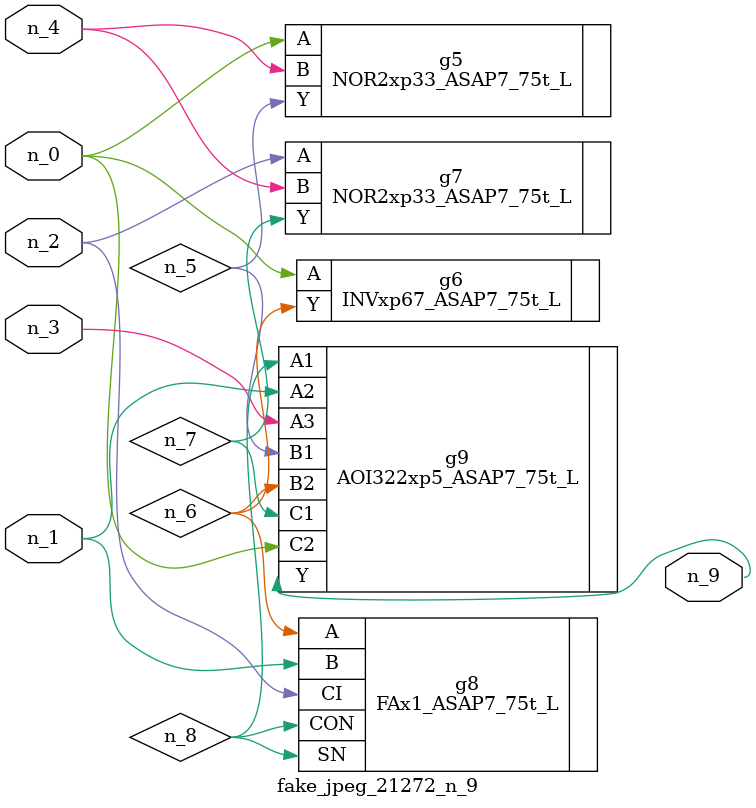
<source format=v>
module fake_jpeg_21272_n_9 (n_3, n_2, n_1, n_0, n_4, n_9);

input n_3;
input n_2;
input n_1;
input n_0;
input n_4;

output n_9;

wire n_8;
wire n_6;
wire n_5;
wire n_7;

NOR2xp33_ASAP7_75t_L g5 ( 
.A(n_0),
.B(n_4),
.Y(n_5)
);

INVxp67_ASAP7_75t_L g6 ( 
.A(n_0),
.Y(n_6)
);

NOR2xp33_ASAP7_75t_L g7 ( 
.A(n_2),
.B(n_4),
.Y(n_7)
);

FAx1_ASAP7_75t_L g8 ( 
.A(n_6),
.B(n_1),
.CI(n_2),
.CON(n_8),
.SN(n_8)
);

AOI322xp5_ASAP7_75t_L g9 ( 
.A1(n_8),
.A2(n_1),
.A3(n_3),
.B1(n_5),
.B2(n_6),
.C1(n_7),
.C2(n_0),
.Y(n_9)
);


endmodule
</source>
